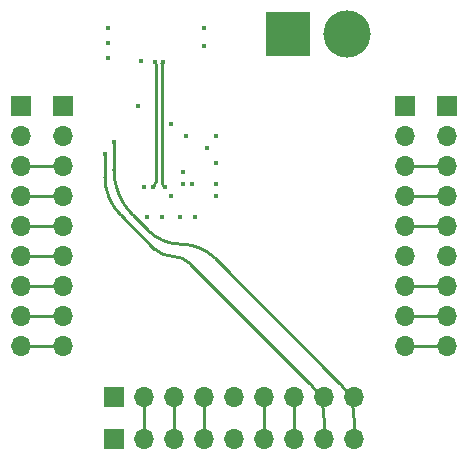
<source format=gbr>
%TF.GenerationSoftware,KiCad,Pcbnew,(6.0.4-0)*%
%TF.CreationDate,2022-06-17T12:44:20-07:00*%
%TF.ProjectId,VIO-Board-rounded,56494f2d-426f-4617-9264-2d726f756e64,rev?*%
%TF.SameCoordinates,Original*%
%TF.FileFunction,Copper,L3,Inr*%
%TF.FilePolarity,Positive*%
%FSLAX46Y46*%
G04 Gerber Fmt 4.6, Leading zero omitted, Abs format (unit mm)*
G04 Created by KiCad (PCBNEW (6.0.4-0)) date 2022-06-17 12:44:20*
%MOMM*%
%LPD*%
G01*
G04 APERTURE LIST*
%TA.AperFunction,ComponentPad*%
%ADD10R,1.700000X1.700000*%
%TD*%
%TA.AperFunction,ComponentPad*%
%ADD11O,1.700000X1.700000*%
%TD*%
%TA.AperFunction,ComponentPad*%
%ADD12R,3.800000X3.800000*%
%TD*%
%TA.AperFunction,ComponentPad*%
%ADD13C,4.000000*%
%TD*%
%TA.AperFunction,ViaPad*%
%ADD14C,0.450000*%
%TD*%
%TA.AperFunction,Conductor*%
%ADD15C,0.254000*%
%TD*%
G04 APERTURE END LIST*
D10*
%TO.N,/VS*%
%TO.C,J6*%
X58445000Y-60208008D03*
D11*
%TO.N,GNDREF*%
X58445000Y-62748008D03*
%TO.N,/3V3_CAM1*%
X58445000Y-65288008D03*
%TO.N,/GPIO3{slash}TX_CAM1*%
X58445000Y-67828008D03*
%TO.N,/SYNC*%
X58445000Y-70368008D03*
%TO.N,GNDREF*%
X58445000Y-72908008D03*
%TO.N,/OPTO_GND_CAM1*%
X58445000Y-75448008D03*
%TO.N,/OPTO_OUT_CAM1*%
X58445000Y-77988008D03*
%TO.N,/OPTO_IN_CAM1*%
X58445000Y-80528008D03*
%TD*%
D10*
%TO.N,/VS*%
%TO.C,J4*%
X90932000Y-60208000D03*
D11*
%TO.N,GNDREF*%
X90932000Y-62748000D03*
%TO.N,/3V3_CAM2*%
X90932000Y-65288000D03*
%TO.N,/GPIO3{slash}TX_CAM2*%
X90932000Y-67828000D03*
%TO.N,/SYNC*%
X90932000Y-70368000D03*
%TO.N,GNDREF*%
X90932000Y-72908000D03*
%TO.N,/OPTO_GND_CAM2*%
X90932000Y-75448000D03*
%TO.N,/OPTO_OUT_CAM2*%
X90932000Y-77988000D03*
%TO.N,/OPTO_IN_CAM2*%
X90932000Y-80528000D03*
%TD*%
D10*
%TO.N,VBUS*%
%TO.C,J5*%
X66304000Y-84836000D03*
D11*
%TO.N,/TX1*%
X68844000Y-84836000D03*
%TO.N,/RX1*%
X71384000Y-84836000D03*
%TO.N,/SYNC*%
X73924000Y-84836000D03*
%TO.N,GNDREF*%
X76464000Y-84836000D03*
%TO.N,/RESTORE*%
X79004000Y-84836000D03*
%TO.N,/SYNC_IN*%
X81544000Y-84836000D03*
%TO.N,/TX2*%
X84084000Y-84836000D03*
%TO.N,/RX2*%
X86624000Y-84836000D03*
%TD*%
D12*
%TO.N,/VS*%
%TO.C,J1*%
X81066000Y-54102000D03*
D13*
%TO.N,GNDREF*%
X86066000Y-54102000D03*
%TD*%
D10*
%TO.N,/VS*%
%TO.C,J7*%
X94512994Y-60208008D03*
D11*
%TO.N,GNDREF*%
X94512994Y-62748008D03*
%TO.N,/3V3_CAM2*%
X94512994Y-65288008D03*
%TO.N,/GPIO3{slash}TX_CAM2*%
X94512994Y-67828008D03*
%TO.N,/SYNC*%
X94512994Y-70368008D03*
%TO.N,GNDREF*%
X94512994Y-72908008D03*
%TO.N,/OPTO_GND_CAM2*%
X94512994Y-75448008D03*
%TO.N,/OPTO_OUT_CAM2*%
X94512994Y-77988008D03*
%TO.N,/OPTO_IN_CAM2*%
X94512994Y-80528008D03*
%TD*%
D10*
%TO.N,VBUS*%
%TO.C,J8*%
X66304000Y-88367000D03*
D11*
%TO.N,/TX1*%
X68844000Y-88367000D03*
%TO.N,/RX1*%
X71384000Y-88367000D03*
%TO.N,/SYNC*%
X73924000Y-88367000D03*
%TO.N,GNDREF*%
X76464000Y-88367000D03*
%TO.N,/RESTORE*%
X79004000Y-88367000D03*
%TO.N,/SYNC_IN*%
X81544000Y-88367000D03*
%TO.N,/TX2*%
X84084000Y-88367000D03*
%TO.N,/RX2*%
X86624000Y-88367000D03*
%TD*%
D10*
%TO.N,/VS*%
%TO.C,J3*%
X61976000Y-60208008D03*
D11*
%TO.N,GNDREF*%
X61976000Y-62748008D03*
%TO.N,/3V3_CAM1*%
X61976000Y-65288008D03*
%TO.N,/GPIO3{slash}TX_CAM1*%
X61976000Y-67828008D03*
%TO.N,/SYNC*%
X61976000Y-70368008D03*
%TO.N,GNDREF*%
X61976000Y-72908008D03*
%TO.N,/OPTO_GND_CAM1*%
X61976000Y-75448008D03*
%TO.N,/OPTO_OUT_CAM1*%
X61976000Y-77988008D03*
%TO.N,/OPTO_IN_CAM1*%
X61976000Y-80528008D03*
%TD*%
D14*
%TO.N,VBUS*%
X72390000Y-62738000D03*
X74930000Y-65024000D03*
X72136000Y-66802000D03*
X74930000Y-67818000D03*
X74930000Y-62738000D03*
X72136000Y-65786000D03*
X74930000Y-66802000D03*
%TO.N,GNDREF*%
X71120000Y-61722000D03*
X68326000Y-60198000D03*
X65786000Y-56134000D03*
X68580000Y-56388000D03*
X65786000Y-54864000D03*
X71882000Y-69596000D03*
X72898000Y-66802000D03*
X68834000Y-67056000D03*
X73914000Y-55118000D03*
X65786000Y-53594000D03*
X70358000Y-69596000D03*
X73914000Y-53594000D03*
X73152000Y-69596000D03*
X69088000Y-69596000D03*
%TO.N,+3V3*%
X71120000Y-67818000D03*
X74168000Y-63754000D03*
%TO.N,/D-*%
X70612000Y-67056000D03*
X70454000Y-56408223D03*
%TO.N,/D+*%
X69754000Y-56408223D03*
X69596000Y-67056000D03*
%TO.N,/TX2*%
X65532000Y-64262000D03*
%TO.N,/RX2*%
X66294000Y-63246000D03*
%TD*%
D15*
%TO.N,/RX2*%
X72014000Y-71881989D02*
G75*
G02*
X74840968Y-73052968I0J-3997911D01*
G01*
X86623998Y-86601500D02*
G75*
G03*
X85375602Y-83587602I-4262298J0D01*
G01*
X72014000Y-71882011D02*
G75*
G02*
X69187031Y-70711031I0J3997911D01*
G01*
X67887790Y-69411794D02*
G75*
G02*
X66294000Y-65564036I3847760J3847754D01*
G01*
%TO.N,/TX2*%
X71252000Y-72898002D02*
G75*
G02*
X69725846Y-72265846I0J2158302D01*
G01*
X71252000Y-72897998D02*
G75*
G02*
X72778153Y-73530153I0J-2158302D01*
G01*
X66879033Y-69419043D02*
G75*
G02*
X65532000Y-66167000I3252067J3252043D01*
G01*
X84083998Y-86601500D02*
G75*
G03*
X82835602Y-83587602I-4262298J0D01*
G01*
%TO.N,/OPTO_IN_CAM2*%
X90932000Y-80528000D02*
G75*
G03*
X90932000Y-80528000I0J0D01*
G01*
%TO.N,/OPTO_OUT_CAM2*%
X90932000Y-77988000D02*
G75*
G03*
X90932000Y-77988000I0J0D01*
G01*
%TO.N,/OPTO_GND_CAM2*%
X90932000Y-75448000D02*
G75*
G03*
X90932000Y-75448000I0J0D01*
G01*
%TO.N,/GPIO3{slash}TX_CAM2*%
X90932000Y-67828000D02*
G75*
G03*
X90932000Y-67828000I0J0D01*
G01*
%TO.N,/3V3_CAM2*%
X90932000Y-65288000D02*
G75*
G03*
X90932000Y-65288000I0J0D01*
G01*
%TO.N,/SYNC*%
X90932000Y-70368000D02*
G75*
G03*
X90932000Y-70368000I0J0D01*
G01*
%TO.N,/D+*%
X69851985Y-56575519D02*
G75*
G03*
X69803000Y-56457223I-167285J19D01*
G01*
X69724006Y-66928006D02*
G75*
G03*
X69852000Y-66618980I-309006J309006D01*
G01*
%TO.N,/D-*%
X70356015Y-56575519D02*
G75*
G02*
X70405000Y-56457223I167285J19D01*
G01*
X70483994Y-66928006D02*
G75*
G02*
X70356000Y-66618980I309006J309006D01*
G01*
%TO.N,GNDREF*%
X58445000Y-72908008D02*
X61976000Y-72908008D01*
%TO.N,/D-*%
X70454000Y-56408223D02*
X70405000Y-56457223D01*
X70356000Y-56575519D02*
X70356000Y-66618980D01*
X70484000Y-66928000D02*
X70612000Y-67056000D01*
%TO.N,/D+*%
X69852000Y-56575519D02*
X69852000Y-66618980D01*
X69803000Y-56457223D02*
X69754000Y-56408223D01*
X69754000Y-56408223D02*
X69803000Y-56457223D01*
X69724000Y-66928000D02*
X69596000Y-67056000D01*
%TO.N,/SYNC*%
X73924000Y-88367000D02*
X73924000Y-84836000D01*
X58445000Y-70368008D02*
X61976000Y-70368008D01*
X90932013Y-70368008D02*
X94512994Y-70368008D01*
%TO.N,/3V3_CAM1*%
X58445000Y-65288008D02*
X61976000Y-65288008D01*
%TO.N,/GPIO3{slash}TX_CAM1*%
X58445000Y-67828008D02*
X61976000Y-67828008D01*
%TO.N,/OPTO_GND_CAM1*%
X58445000Y-75448008D02*
X61976000Y-75448008D01*
%TO.N,/OPTO_OUT_CAM1*%
X58445000Y-77988008D02*
X61976000Y-77988008D01*
%TO.N,/OPTO_IN_CAM1*%
X58445000Y-80528008D02*
X61976000Y-80528008D01*
%TO.N,/3V3_CAM2*%
X90932013Y-65288008D02*
X94512994Y-65288008D01*
%TO.N,/GPIO3{slash}TX_CAM2*%
X90932013Y-67828008D02*
X94512994Y-67828008D01*
%TO.N,/OPTO_GND_CAM2*%
X90932013Y-75448008D02*
X94512994Y-75448008D01*
%TO.N,/OPTO_OUT_CAM2*%
X90932013Y-77988008D02*
X94512994Y-77988008D01*
%TO.N,/OPTO_IN_CAM2*%
X90932013Y-80528008D02*
X94512994Y-80528008D01*
%TO.N,/TX1*%
X68844000Y-88367000D02*
X68844000Y-84836000D01*
%TO.N,/RX1*%
X71384000Y-88367000D02*
X71384000Y-84836000D01*
%TO.N,/RESTORE*%
X79004000Y-88367000D02*
X79004000Y-84836000D01*
%TO.N,/SYNC_IN*%
X81544000Y-88367000D02*
X81544000Y-84836000D01*
%TO.N,/TX2*%
X84084000Y-86601500D02*
X84084000Y-88367000D01*
X65532000Y-66167000D02*
X65532000Y-64262000D01*
X72778153Y-73530153D02*
X82835602Y-83587602D01*
X69725846Y-72265846D02*
X66879038Y-69419038D01*
%TO.N,/RX2*%
X74840968Y-73052968D02*
X85375602Y-83587602D01*
X66294000Y-63246000D02*
X66294000Y-65564036D01*
X86624000Y-86601500D02*
X86624000Y-88367000D01*
X69187031Y-70711031D02*
X67887792Y-69411792D01*
%TD*%
M02*

</source>
